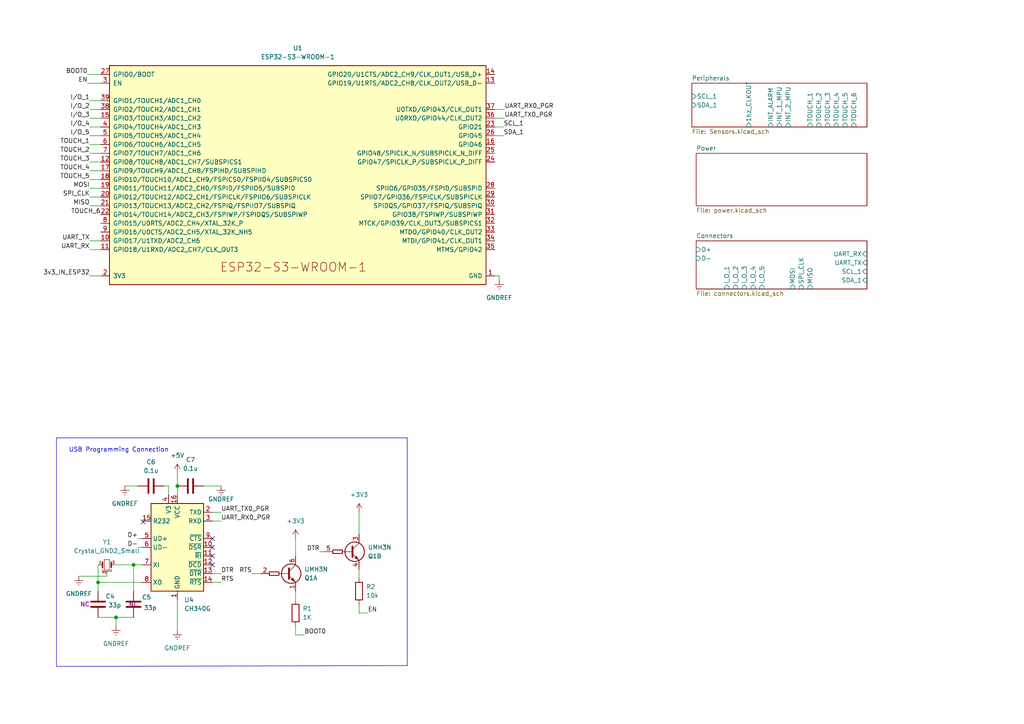
<source format=kicad_sch>
(kicad_sch (version 20230121) (generator eeschema)
  (paper "A4")
  (lib_symbols
    (symbol "Device:C" (pin_numbers hide) (pin_names (offset 0.254))
      (property "Reference" "C" (at 0.635 2.54 0))
      (property "Value" "C" (at 0.635 -2.54 0))
      (symbol "C_0_1"
        (polyline (pts (xy -2.032 -0.762) (xy 2.032 -0.762)) (stroke (width 0.508)))
        (polyline (pts (xy -2.032 0.762) (xy 2.032 0.762)) (stroke (width 0.508)))
      )
      (symbol "C_1_1"
        (pin passive line (at 0 3.81 270) (length 2.794) (name "~") (number "1"))
        (pin passive line (at 0 -3.81 90) (length 2.794) (name "~") (number "2"))
      )
    )
    (symbol "Device:Crystal_GND2_Small" (pin_names (offset 1.016) hide)
      (property "Reference" "Y" (at 0 5.08 0))
      (property "Value" "Crystal_GND2_Small" (at 0 3.175 0))
      (symbol "Crystal_GND2_Small_0_1"
        (rectangle (start -0.762 -1.524) (end 0.762 1.524))
        (polyline (pts (xy -1.27 -0.762) (xy -1.27 0.762)) (stroke (width 0.381)))
        (polyline (pts (xy 1.27 -0.762) (xy 1.27 0.762)) (stroke (width 0.381)))
        (polyline (pts (xy -1.27 -1.27) (xy -1.27 -1.905) (xy 1.27 -1.905) (xy 1.27 -1.27)))
      )
      (symbol "Crystal_GND2_Small_1_1"
        (pin passive line (at -2.54 0 0) (length 1.27) (name "1") (number "1"))
        (pin passive line (at 0 -2.54 90) (length 0.635) (name "2") (number "2"))
        (pin passive line (at 2.54 0 180) (length 1.27) (name "3") (number "3"))
      )
    )
    (symbol "Device:R" (pin_numbers hide) (pin_names (offset 0))
      (property "Reference" "R" (at 2.032 0 90))
      (property "Value" "R" (at 0 0 90))
      (symbol "R_0_1"
        (rectangle (start -1.016 -2.54) (end 1.016 2.54) (stroke (width 0.254)))
      )
      (symbol "R_1_1"
        (pin passive line (at 0 3.81 270) (length 1.27) (name "~") (number "1"))
        (pin passive line (at 0 -3.81 90) (length 1.27) (name "~") (number "2"))
      )
    )
    (symbol "Interface_USB:CH340G"
      (property "Reference" "U" (at -5.08 13.97 0))
      (property "Value" "CH340G" (at 1.27 13.97 0))
      (symbol "CH340G_0_1"
        (rectangle (start -7.62 12.7) (end 7.62 -12.7) (stroke (width 0.254)) (fill (type background)))
      )
      (symbol "CH340G_1_1"
        (pin power_in line (at 0 -15.24 90) (length 2.54) (name "GND") (number "1"))
        (pin input line (at 10.16 0 180) (length 2.54) (name "~{DSR}") (number "10"))
        (pin input line (at 10.16 -2.54 180) (length 2.54) (name "~{RI}") (number "11"))
        (pin input line (at 10.16 -5.08 180) (length 2.54) (name "~{DCD}") (number "12"))
        (pin output line (at 10.16 -7.62 180) (length 2.54) (name "~{DTR}") (number "13"))
        (pin output line (at 10.16 -10.16 180) (length 2.54) (name "~{RTS}") (number "14"))
        (pin input line (at -10.16 7.62 0) (length 2.54) (name "R232") (number "15"))
        (pin power_in line (at 0 15.24 270) (length 2.54) (name "VCC") (number "16"))
        (pin output line (at 10.16 10.16 180) (length 2.54) (name "TXD") (number "2"))
        (pin input line (at 10.16 7.62 180) (length 2.54) (name "RXD") (number "3"))
        (pin passive line (at -2.54 15.24 270) (length 2.54) (name "V3") (number "4"))
        (pin bidirectional line (at -10.16 2.54 0) (length 2.54) (name "UD+") (number "5"))
        (pin bidirectional line (at -10.16 0 0) (length 2.54) (name "UD-") (number "6"))
        (pin input line (at -10.16 -5.08 0) (length 2.54) (name "XI") (number "7"))
        (pin output line (at -10.16 -10.16 0) (length 2.54) (name "XO") (number "8"))
        (pin input line (at 10.16 2.54 180) (length 2.54) (name "~{CTS}") (number "9"))
      )
    )
    (symbol "Transistor_BJT:UMH3N" (pin_names hide)
      (property "Reference" "Q" (at 7.62 1.27 0))
      (property "Value" "UMH3N" (at 7.62 -1.27 0))
      (symbol "UMH3N_0_1"
        (polyline (pts (xy 3.175 0) (xy 0.254 0)))
        (polyline (pts (xy 3.175 0.635) (xy 5.08 2.54)))
        (polyline (pts (xy 3.175 1.524) (xy 3.175 -1.524)) (stroke (width 0.508)))
        (polyline (pts (xy 3.175 -0.635) (xy 5.08 -2.54) (xy 5.08 -2.54)))
        (polyline (pts (xy 3.81 -1.778) (xy 4.318 -1.27) (xy 4.826 -2.286) (xy 3.81 -1.778) (xy 3.81 -1.778)) (fill (type outline)))
        (rectangle (start 0.254 0.508) (end -2.54 -0.508) (stroke (width 0.254)))
        (circle (center 3.81 0) (radius 2.8194) (stroke (width 0.254)))
      )
      (symbol "UMH3N_1_1"
        (pin passive line (at 5.08 -5.08 90) (length 2.54) (name "E1") (number "1"))
        (pin input line (at -5.08 0 0) (length 2.54) (name "B1") (number "2"))
        (pin passive line (at 5.08 5.08 270) (length 2.54) (name "C1") (number "6"))
      )
      (symbol "UMH3N_2_1"
        (pin passive line (at 5.08 5.08 270) (length 2.54) (name "C2") (number "3"))
        (pin passive line (at 5.08 -5.08 90) (length 2.54) (name "E2") (number "4"))
        (pin input line (at -5.08 0 0) (length 2.54) (name "B2") (number "5"))
      )
    )
    (symbol "esp:ESP32-S3-WROOM-1" (pin_names (offset 1.016))
      (property "Reference" "U" (at -53.34 38.1 0))
      (property "Value" "ESP32-S3-WROOM-1" (at -53.34 35.56 0))
      (symbol "ESP32-S3-WROOM-1_0_0"
        (rectangle (start -53.34 33.02) (end 55.88 -30.48) (stroke (width 0.254)) (fill (type background)))
        (text "ESP32-S3-WROOM-1" (at 0 -25.4 0) (effects (font (size 2.54 2.54))))
        (pin power_in line (at 58.42 -27.94 180) (length 2.54) (name "GND") (number "1"))
        (pin bidirectional line (at -55.88 -17.78 0) (length 2.54) (name "GPIO17/U1TXD/ADC2_CH6") (number "10"))
        (pin bidirectional line (at -55.88 -20.32 0) (length 2.54) (name "GPIO18/U1RXD/ADC2_CH7/CLK_OUT3") (number "11"))
        (pin bidirectional line (at -55.88 5.08 0) (length 2.54) (name "GPIO8/TOUCH8/ADC1_CH7/SUBSPICS1") (number "12"))
        (pin bidirectional line (at 58.42 27.94 180) (length 2.54) (name "GPIO19/U1RTS/ADC2_CH8/CLK_OUT2/USB_D-") (number "13"))
        (pin bidirectional line (at 58.42 30.48 180) (length 2.54) (name "GPIO20/U1CTS/ADC2_CH9/CLK_OUT1/USB_D+") (number "14"))
        (pin bidirectional line (at -55.88 17.78 0) (length 2.54) (name "GPIO3/TOUCH3/ADC1_CH2") (number "15"))
        (pin bidirectional line (at 58.42 10.16 180) (length 2.54) (name "GPIO46") (number "16"))
        (pin bidirectional line (at -55.88 2.54 0) (length 2.54) (name "GPIO9/TOUCH9/ADC1_CH8/FSPIHD/SUBSPIHD") (number "17"))
        (pin bidirectional line (at -55.88 0 0) (length 2.54) (name "GPIO10/TOUCH10/ADC1_CH9/FSPICS0/FSPIIO4/SUBSPICS0") (number "18"))
        (pin bidirectional line (at -55.88 -2.54 0) (length 2.54) (name "GPIO11/TOUCH11/ADC2_CH0/FSPID/FSPIIO5/SUBSPID") (number "19"))
        (pin power_in line (at -55.88 -27.94 0) (length 2.54) (name "3V3") (number "2"))
        (pin bidirectional line (at -55.88 -5.08 0) (length 2.54) (name "GPIO12/TOUCH12/ADC2_CH1/FSPICLK/FSPIIO6/SUBSPICLK") (number "20"))
        (pin bidirectional line (at -55.88 -7.62 0) (length 2.54) (name "GPIO13/TOUCH13/ADC2_CH2/FSPIQ/FSPIIO7/SUBSPIQ") (number "21"))
        (pin bidirectional line (at -55.88 -10.16 0) (length 2.54) (name "GPIO14/TOUCH14/ADC2_CH3/FSPIWP/FSPIDQS/SUBSPIWP") (number "22"))
        (pin bidirectional line (at 58.42 15.24 180) (length 2.54) (name "GPIO21") (number "23"))
        (pin bidirectional line (at 58.42 5.08 180) (length 2.54) (name "GPIO47/SPICLK_P/SUBSPICLK_P_DIFF") (number "24"))
        (pin bidirectional line (at 58.42 7.62 180) (length 2.54) (name "GPIO48/SPICLK_N/SUBSPICLK_N_DIFF") (number "25"))
        (pin bidirectional line (at 58.42 12.7 180) (length 2.54) (name "GPIO45") (number "26"))
        (pin bidirectional line (at -55.88 30.48 0) (length 2.54) (name "GPIO0/BOOT") (number "27"))
        (pin bidirectional line (at 58.42 -2.54 180) (length 2.54) (name "SPIIO6/GPIO35/FSPID/SUBSPID") (number "28"))
        (pin bidirectional line (at 58.42 -5.08 180) (length 2.54) (name "SPIIO7/GPIO36/FSPICLK/SUBSPICLK") (number "29"))
        (pin input line (at -55.88 27.94 0) (length 2.54) (name "EN") (number "3"))
        (pin bidirectional line (at 58.42 -7.62 180) (length 2.54) (name "SPIDQS/GPIO37/FSPIQ/SUBSPIQ") (number "30"))
        (pin bidirectional line (at 58.42 -10.16 180) (length 2.54) (name "GPIO38/FSPIWP/SUBSPIWP") (number "31"))
        (pin bidirectional line (at 58.42 -12.7 180) (length 2.54) (name "MTCK/GPIO39/CLK_OUT3/SUBSPICS1") (number "32"))
        (pin bidirectional line (at 58.42 -15.24 180) (length 2.54) (name "MTDO/GPIO40/CLK_OUT2") (number "33"))
        (pin bidirectional line (at 58.42 -17.78 180) (length 2.54) (name "MTDI/GPIO41/CLK_OUT1") (number "34"))
        (pin bidirectional line (at 58.42 -20.32 180) (length 2.54) (name "MTMS/GPIO42") (number "35"))
        (pin bidirectional line (at 58.42 17.78 180) (length 2.54) (name "U0RXD/GPIO44/CLK_OUT2") (number "36"))
        (pin bidirectional line (at 58.42 20.32 180) (length 2.54) (name "U0TXD/GPIO43/CLK_OUT1") (number "37"))
        (pin bidirectional line (at -55.88 20.32 0) (length 2.54) (name "GPIO2/TOUCH2/ADC1_CH1") (number "38"))
        (pin bidirectional line (at -55.88 22.86 0) (length 2.54) (name "GPIO1/TOUCH1/ADC1_CH0") (number "39"))
        (pin bidirectional line (at -55.88 15.24 0) (length 2.54) (name "GPIO4/TOUCH4/ADC1_CH3") (number "4"))
        (pin passive line (at 58.42 -27.94 180) (length 2.54) hide (name "GND") (number "40"))
        (pin passive line (at 58.42 -27.94 180) (length 2.54) hide (name "GND") (number "41"))
        (pin bidirectional line (at -55.88 12.7 0) (length 2.54) (name "GPIO5/TOUCH5/ADC1_CH4") (number "5"))
        (pin bidirectional line (at -55.88 10.16 0) (length 2.54) (name "GPIO6/TOUCH6/ADC1_CH5") (number "6"))
        (pin bidirectional line (at -55.88 7.62 0) (length 2.54) (name "GPIO7/TOUCH7/ADC1_CH6") (number "7"))
        (pin bidirectional line (at -55.88 -12.7 0) (length 2.54) (name "GPIO15/U0RTS/ADC2_CH4/XTAL_32K_P") (number "8"))
        (pin bidirectional line (at -55.88 -15.24 0) (length 2.54) (name "GPIO16/U0CTS/ADC2_CH5/XTAL_32K_NH5") (number "9"))
      )
    )
    (symbol "power:+3V3" (power) (pin_names (offset 0))
      (property "Value" "+3V3" (at 0 3.556 0))
      (symbol "+3V3_0_1"
        (polyline (pts (xy -0.762 1.27) (xy 0 2.54)))
        (polyline (pts (xy 0 0) (xy 0 2.54)))
        (polyline (pts (xy 0 2.54) (xy 0.762 1.27)))
      )
      (symbol "+3V3_1_1"
        (pin power_in line (at 0 0 90) (length 0) hide (name "+3V3") (number "1"))
      )
    )
    (symbol "power:+5V" (power) (pin_names (offset 0))
      (property "Value" "+5V" (at 0 3.556 0))
      (symbol "+5V_0_1"
        (polyline (pts (xy -0.762 1.27) (xy 0 2.54)))
        (polyline (pts (xy 0 0) (xy 0 2.54)))
        (polyline (pts (xy 0 2.54) (xy 0.762 1.27)))
      )
      (symbol "+5V_1_1"
        (pin power_in line (at 0 0 90) (length 0) hide (name "+5V") (number "1"))
      )
    )
    (symbol "power:GNDREF" (power) (pin_names (offset 0))
      (property "Value" "GNDREF" (at 0 -3.81 0))
      (symbol "GNDREF_0_1"
        (polyline (pts (xy -0.635 -1.905) (xy 0.635 -1.905)))
        (polyline (pts (xy -0.127 -2.54) (xy 0.127 -2.54)))
        (polyline (pts (xy 0 -1.27) (xy 0 0)))
        (polyline (pts (xy 1.27 -1.27) (xy -1.27 -1.27)))
      )
      (symbol "GNDREF_1_1"
        (pin power_in line (at 0 0 270) (length 0) hide (name "GNDREF") (number "1"))
      )
    )
  )
  (junction (at 51.435 140.97))
  (junction (at 33.655 179.07))
  (junction (at 38.735 163.83))
  (junction (at 28.448 168.91))
  (no_connect (at 61.595 163.83))
  (no_connect (at 61.595 156.21))
  (no_connect (at 61.595 161.29))
  (no_connect (at 41.529 151.384))
  (no_connect (at 61.595 158.75))
  (wire (pts (xy 33.528 163.83) (xy 38.735 163.83)))
  (wire (pts (xy 25.4 21.59) (xy 29.21 21.59)))
  (wire (pts (xy 143.51 36.83) (xy 146.05 36.83)))
  (polyline (pts (xy 16.383 127) (xy 118.11 127)))
  (wire (pts (xy 28.448 179.07) (xy 33.655 179.07)))
  (wire (pts (xy 33.655 179.07) (xy 38.735 179.07)))
  (wire (pts (xy 26.035 41.91) (xy 29.21 41.91)))
  (wire (pts (xy 61.595 148.59) (xy 64.135 148.59)))
  (polyline (pts (xy 118.11 193.04) (xy 16.383 193.294)))
  (wire (pts (xy 26.035 44.45) (xy 29.21 44.45)))
  (wire (pts (xy 38.735 163.83) (xy 41.275 163.83)))
  (polyline (pts (xy 304.419 11.557) (xy 304.419 40.005)))
  (wire (pts (xy 28.448 168.91) (xy 28.448 171.45)))
  (polyline (pts (xy 356.235 11.303) (xy 356.235 40.005)))
  (polyline (pts (xy 304.419 11.303) (xy 356.235 11.303)))
  (wire (pts (xy 61.595 151.13) (xy 64.135 151.13)))
  (wire (pts (xy 47.625 140.97) (xy 48.895 140.97)))
  (wire (pts (xy 51.435 140.97) (xy 51.435 143.51)))
  (wire (pts (xy 40.005 156.21) (xy 41.275 156.21)))
  (polyline (pts (xy 356.235 40.005) (xy 304.419 40.005)))
  (wire (pts (xy 33.655 179.07) (xy 33.655 181.61)))
  (wire (pts (xy 26.035 29.21) (xy 29.21 29.21)))
  (wire (pts (xy 104.14 154.94) (xy 104.14 148.59)))
  (wire (pts (xy 85.725 184.15) (xy 88.265 184.15)))
  (polyline (pts (xy 118.11 127) (xy 118.11 193.04)))
  (wire (pts (xy 26.035 57.15) (xy 29.21 57.15)))
  (wire (pts (xy 26.035 46.99) (xy 29.21 46.99)))
  (wire (pts (xy 38.735 171.45) (xy 38.735 163.83)))
  (wire (pts (xy 75.565 166.37) (xy 73.025 166.37)))
  (wire (pts (xy 144.78 80.01) (xy 144.78 81.28)))
  (wire (pts (xy 26.035 72.39) (xy 29.21 72.39)))
  (wire (pts (xy 143.51 31.75) (xy 146.304 31.75)))
  (wire (pts (xy 85.725 156.21) (xy 85.725 161.29)))
  (wire (pts (xy 36.195 140.97) (xy 40.005 140.97)))
  (wire (pts (xy 26.035 49.53) (xy 29.21 49.53)))
  (wire (pts (xy 30.988 167.132) (xy 30.988 166.37)))
  (wire (pts (xy 104.14 167.64) (xy 104.14 165.1)))
  (wire (pts (xy 61.595 168.91) (xy 64.135 168.91)))
  (wire (pts (xy 26.035 39.37) (xy 29.21 39.37)))
  (wire (pts (xy 143.51 39.37) (xy 146.05 39.37)))
  (wire (pts (xy 26.035 54.61) (xy 29.21 54.61)))
  (wire (pts (xy 22.86 167.132) (xy 30.988 167.132)))
  (polyline (pts (xy 16.383 127) (xy 16.383 193.294)))
  (wire (pts (xy 25.4 24.13) (xy 29.21 24.13)))
  (wire (pts (xy 85.725 171.45) (xy 85.725 173.99)))
  (wire (pts (xy 143.51 80.01) (xy 144.78 80.01)))
  (wire (pts (xy 85.725 181.61) (xy 85.725 184.15)))
  (wire (pts (xy 48.895 140.97) (xy 48.895 143.51)))
  (wire (pts (xy 143.51 34.29) (xy 146.304 34.29)))
  (wire (pts (xy 26.035 36.83) (xy 29.21 36.83)))
  (wire (pts (xy 59.055 140.97) (xy 64.135 140.97)))
  (wire (pts (xy 26.035 59.69) (xy 29.21 59.69)))
  (wire (pts (xy 51.435 173.99) (xy 51.435 182.88)))
  (wire (pts (xy 26.035 80.01) (xy 29.21 80.01)))
  (wire (pts (xy 104.14 175.26) (xy 104.14 177.8)))
  (wire (pts (xy 104.14 177.8) (xy 106.68 177.8)))
  (wire (pts (xy 26.035 34.29) (xy 29.21 34.29)))
  (wire (pts (xy 26.035 69.85) (xy 29.21 69.85)))
  (wire (pts (xy 40.005 158.75) (xy 41.275 158.75)))
  (wire (pts (xy 51.435 137.16) (xy 51.435 140.97)))
  (wire (pts (xy 26.035 31.75) (xy 29.21 31.75)))
  (wire (pts (xy 41.275 168.91) (xy 28.448 168.91)))
  (wire (pts (xy 61.595 166.37) (xy 64.135 166.37)))
  (wire (pts (xy 26.035 52.07) (xy 29.21 52.07)))
  (wire (pts (xy 93.98 160.02) (xy 92.71 160.02)))
  (wire (pts (xy 28.448 163.83) (xy 28.448 168.91)))
  (text "USB Programming Connection\n" (at 19.939 131.318 0) (effects (font (size 1.27 1.27)) (justify left bottom)))
  (text "To do:" (at 306.705 15.621 0) (effects (font (size 2 2) (thickness 0.4) bold) (justify left bottom)))
  (text "- Add short circuit protection\n- Make test circuit before conect MCU\n- Add adc for battery state" (at 309.499 30.861 0) (effects (font (size 1.27 1.27)) (justify left bottom)))
  (label "TOUCH_1" (at 26.035 41.91 180))
  (label "3v3_IN_ESP32" (at 26.035 80.01 180))
  (label "TOUCH_3" (at 26.035 46.99 180))
  (label "BOOT0" (at 88.265 184.15 0))
  (label "UART_RX0_PGR" (at 64.135 151.13 0))
  (label "SCL_1" (at 146.05 36.83 0))
  (label "UART_RX" (at 26.035 72.39 180))
  (label "TOUCH_4" (at 26.035 49.53 180))
  (label "UART_TX0_PGR" (at 64.135 148.59 0))
  (label "I{slash}O_3" (at 26.035 34.29 180))
  (label "SPI_CLK" (at 26.035 57.15 180))
  (label "MOSI" (at 26.035 54.61 180))
  (label "UART_TX" (at 26.035 69.85 180))
  (label "SDA_1" (at 146.05 39.37 0))
  (label "TOUCH_6" (at 29.21 62.23 180))
  (label "RTS" (at 64.135 168.91 0))
  (label "DTR" (at 64.135 166.37 0))
  (label "UART_RX0_PGR" (at 146.304 31.75 0))
  (label "BOOT0" (at 25.4 21.59 180))
  (label "D+" (at 40.005 156.21 180))
  (label "I{slash}O_1" (at 26.035 29.21 180))
  (label "TOUCH_5" (at 26.035 52.07 180))
  (label "MISO" (at 26.035 59.69 180))
  (label "I{slash}O_4" (at 26.035 36.83 180))
  (label "DTR" (at 92.71 160.02 180))
  (label "EN" (at 25.4 24.13 180))
  (label "EN" (at 106.68 177.8 0))
  (label "TOUCH_2" (at 26.035 44.45 180))
  (label "I{slash}O_5" (at 26.035 39.37 180))
  (label "UART_TX0_PGR" (at 146.304 34.29 0))
  (label "RTS" (at 73.025 166.37 180))
  (label "I{slash}O_2" (at 26.035 31.75 180))
  (label "D-" (at 40.005 158.75 180))
  (symbol (lib_id "Device:C") (at 28.448 175.26 0) (unit 1)
    (property "Reference" "C4" (at 30.607 172.974 0) (effects (justify left)))
    (property "Value" "33p" (at 31.369 175.514 0) (effects (justify left)))
    (property "Footprint" "Capacitor_SMD:C_0402_1005Metric" (effects hide))
    (property "Place" "NC" (at 24.638 175.26 0))
  )
  (symbol (lib_id "Device:C") (at 43.815 140.97 90) (unit 1)
    (property "Reference" "C6" (at 43.815 133.985 90))
    (property "Value" "0.1u" (at 43.815 136.525 90))
    (property "Footprint" "Capacitor_SMD:C_0402_1005Metric" (effects hide))
    (property "#LCSC Part" "re" (effects hide))
  )
  (symbol (lib_id "Interface_USB:CH340G") (at 51.435 158.75 0) (unit 1)
    (property "Reference" "U4" (at 53.4544 173.99 0) (effects (justify left)))
    (property "Value" "CH340G" (at 53.4544 176.53 0) (effects (justify left)))
    (property "Footprint" "Package_SO:SOIC-16_3.9x9.9mm_P1.27mm" (effects hide))
    (property "Datasheet" "https://datasheet.lcsc.com/lcsc/2008191806_WCH-Jiangsu-Qin-Heng-CH340G_C14267.pdf" (effects hide))
    (property "#LCSC Part" "C14267" (effects hide))
  )
  (symbol (lib_id "Transistor_BJT:UMH3N") (at 80.645 166.37 0) (unit 1)
    (property "Reference" "Q1" (at 88.265 167.6401 0) (effects (justify left)))
    (property "Value" "UMH3N" (at 88.265 165.1001 0) (effects (justify left)))
    (property "Footprint" "Package_TO_SOT_SMD:SOT-363_SC-70-6" (effects hide))
    (property "Datasheet" "http://rohmfs.rohm.com/en/products/databook/datasheet/discrete/transistor/digital/emh3t2r-e.pdf" (effects hide))
  )
  (symbol (lib_id "power:GNDREF") (at 51.435 182.88 0) (unit 1)
    (property "Reference" "#PWR0110" (effects hide))
    (property "Value" "GNDREF" (at 51.435 187.96 0))
  )
  (symbol (lib_id "power:GNDREF") (at 144.78 81.28 0) (unit 1)
    (property "Reference" "#PWR0131" (effects hide))
    (property "Value" "GNDREF" (at 144.78 86.36 0))
  )
  (symbol (lib_id "power:GNDREF") (at 33.655 181.61 0) (unit 1)
    (property "Reference" "#PWR0113" (effects hide))
    (property "Value" "GNDREF" (at 33.655 186.69 0))
  )
  (symbol (lib_id "power:+3V3") (at 104.14 148.59 0) (unit 1)
    (property "Reference" "#PWR0117" (effects hide))
    (property "Value" "+3V3" (at 104.14 143.51 0))
  )
  (symbol (lib_id "Transistor_BJT:UMH3N") (at 99.06 160.02 0) (unit 2)
    (property "Reference" "Q1" (at 106.68 161.2901 0) (effects (justify left)))
    (property "Value" "UMH3N" (at 106.68 158.7501 0) (effects (justify left)))
    (property "Footprint" "Package_TO_SOT_SMD:SOT-363_SC-70-6" (effects hide))
    (property "Datasheet" "http://rohmfs.rohm.com/en/products/databook/datasheet/discrete/transistor/digital/emh3t2r-e.pdf" (effects hide))
  )
  (symbol (lib_id "power:+3V3") (at 85.725 156.21 0) (unit 1)
    (property "Reference" "#PWR0118" (effects hide))
    (property "Value" "+3V3" (at 85.725 151.13 0))
  )
  (symbol (lib_id "Device:Crystal_GND2_Small") (at 30.988 163.83 0) (unit 1)
    (property "Reference" "Y1" (at 30.988 157.226 0))
    (property "Value" "Crystal_GND2_Small" (at 30.988 159.766 0))
    (property "Footprint" "Crystal:Resonator_SMD_Murata_CSTxExxV-3Pin_3.0x1.1mm_HandSoldering" (effects hide))
  )
  (symbol (lib_id "esp:ESP32-S3-WROOM-1") (at 85.09 52.07 0) (unit 1)
    (property "Reference" "U1" (at 86.36 13.97 0))
    (property "Value" "ESP32-S3-WROOM-1" (at 86.36 16.51 0))
    (property "Footprint" "esp:ESP32-S3-WROOM-1" (effects hide))
    (property "Datasheet" "https://www.espressif.com/sites/default/files/documentation/esp32-s3-wroom-1_wroom-1u_datasheet_en.pdf" (effects hide))
    (property "#LCSC Part" "C2913203" (effects hide))
  )
  (symbol (lib_id "power:+5V") (at 51.435 137.16 0) (unit 1)
    (property "Reference" "#PWR0111" (effects hide))
    (property "Value" "+5V" (at 51.435 132.08 0))
  )
  (symbol (lib_id "power:GNDREF") (at 64.135 140.97 0) (unit 1)
    (property "Reference" "#PWR0109" (effects hide))
    (property "Value" "GNDREF" (at 64.135 144.78 0))
  )
  (symbol (lib_id "Device:C") (at 55.245 140.97 90) (unit 1)
    (property "Reference" "C7" (at 55.245 133.35 90))
    (property "Value" "0.1u" (at 55.245 135.89 90))
    (property "Footprint" "Capacitor_SMD:C_0402_1005Metric" (effects hide))
    (property "#LCSC Part" "re" (effects hide))
  )
  (symbol (lib_id "Device:R") (at 85.725 177.8 0) (unit 1)
    (property "Reference" "R1" (at 87.757 176.5299 0) (effects (justify left)))
    (property "Value" "1K" (at 87.757 179.0699 0) (effects (justify left)))
    (property "Footprint" "Resistor_SMD:R_0402_1005Metric" (effects hide))
    (property "#LCSC Part" "re" (effects hide))
  )
  (symbol (lib_id "power:GNDREF") (at 22.86 167.132 0) (unit 1)
    (property "Reference" "#PWR0133" (effects hide))
    (property "Value" "GNDREF" (at 22.86 172.212 0))
  )
  (symbol (lib_id "Device:C") (at 38.735 175.26 0) (unit 1)
    (property "Reference" "C5" (at 41.148 173.228 0) (effects (justify left)))
    (property "Value" "33p" (at 41.656 176.276 0) (effects (justify left)))
    (property "Footprint" "Capacitor_SMD:C_0402_1005Metric" (effects hide))
    (property "Place" "NC" (at 37.338 175.26 0) (effects (justify left)))
  )
  (symbol (lib_id "Device:R") (at 104.14 171.45 0) (unit 1)
    (property "Reference" "R2" (at 106.172 170.1799 0) (effects (justify left)))
    (property "Value" "10k" (at 106.172 172.7199 0) (effects (justify left)))
    (property "Footprint" "Resistor_SMD:R_0402_1005Metric" (effects hide))
  )
  (symbol (lib_id "power:GNDREF") (at 36.195 140.97 0) (unit 1)
    (property "Reference" "#PWR0112" (effects hide))
    (property "Value" "GNDREF" (at 36.195 146.05 0))
  )
  (sheet (at 201.93 44.45) (size 49.53 15.24) (stroke (width 0.1524))
    (property "Sheetname" "Power" (at 201.93 43.7384 0) (effects (justify left bottom)))
    (property "Sheetfile" "power.kicad_sch" (at 201.93 60.2746 0) (effects (justify left top)))
  )
  (sheet (at 201.93 69.85) (size 49.53 13.97) (stroke (width 0.1524))
    (property "Sheetname" "Connectors" (at 201.93 69.1384 0) (effects (justify left bottom)))
    (property "Sheetfile" "connectors.kicad_sch" (at 201.93 84.4046 0) (effects (justify left top)))
    (pin "I_O_2" input (at 213.36 83.82 270))
    (pin "I_O_4" input (at 218.44 83.82 270))
    (pin "I_O_1" input (at 210.82 83.82 270))
    (pin "I_O_3" input (at 215.9 83.82 270))
    (pin "D+" input (at 201.93 72.39 180))
    (pin "D-" input (at 201.93 74.93 180))
    (pin "UART_RX" input (at 251.46 73.66 0))
    (pin "SCL_1" input (at 251.46 78.74 0))
    (pin "I_O_5" input (at 220.98 83.82 270))
    (pin "UART_TX" input (at 251.46 76.2 0))
    (pin "SDA_1" input (at 251.46 81.28 0))
    (pin "MOSI" input (at 229.87 83.82 270))
    (pin "SPI_CLK" input (at 232.41 83.82 270))
    (pin "MISO" input (at 234.95 83.82 270))
  )
  (sheet (at 200.66 24.13) (size 50.8 12.7) (stroke (width 0.1524))
    (property "Sheetname" "Peripherals" (at 200.66 23.4184 0) (effects (justify left bottom)))
    (property "Sheetfile" "Sensors.kicad_sch" (at 200.66 37.4146 0) (effects (justify left top)))
    (pin "SCL_1" input (at 200.66 27.94 180))
    (pin "SDA_1" input (at 200.66 30.48 180))
    (pin "INT_1_MPU" input (at 226.06 36.83 270))
    (pin "INT_2_MPU" input (at 228.6 36.83 270))
    (pin "TOUCH_4" input (at 242.57 36.83 270))
    (pin "1hz_CLKOUT" input (at 217.17 36.83 270))
    (pin "INT_ALARM" input (at 223.52 36.83 270))
    (pin "TOUCH_5" input (at 245.11 36.83 270))
    (pin "TOUCH_3" input (at 240.03 36.83 270))
    (pin "TOUCH_6" input (at 247.65 36.83 270))
    (pin "TOUCH_2" input (at 237.49 36.83 270))
    (pin "TOUCH_1" input (at 234.95 36.83 270))
  )
)
</source>
